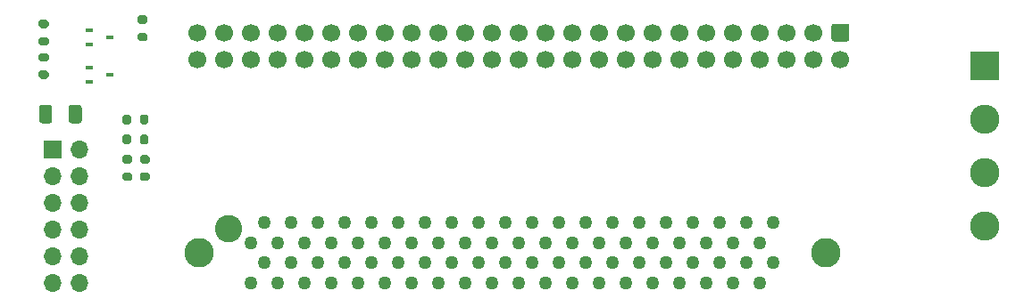
<source format=gbr>
%TF.GenerationSoftware,KiCad,Pcbnew,(5.1.7)-1*%
%TF.CreationDate,2021-02-10T19:53:02+00:00*%
%TF.ProjectId,SCSI to SCA MK5.1,53435349-2074-46f2-9053-4341204d4b35,rev?*%
%TF.SameCoordinates,Original*%
%TF.FileFunction,Soldermask,Bot*%
%TF.FilePolarity,Negative*%
%FSLAX46Y46*%
G04 Gerber Fmt 4.6, Leading zero omitted, Abs format (unit mm)*
G04 Created by KiCad (PCBNEW (5.1.7)-1) date 2021-02-10 19:53:02*
%MOMM*%
%LPD*%
G01*
G04 APERTURE LIST*
%ADD10R,0.700000X0.450000*%
%ADD11O,1.700000X1.700000*%
%ADD12R,1.700000X1.700000*%
%ADD13C,1.700000*%
%ADD14C,2.780000*%
%ADD15R,2.780000X2.780000*%
%ADD16C,2.600000*%
%ADD17C,2.800000*%
%ADD18C,1.270000*%
G04 APERTURE END LIST*
D10*
%TO.C,Q2*%
X38036500Y-127825500D03*
X36036500Y-127175500D03*
X36036500Y-128475500D03*
%TD*%
%TO.C,Q1*%
X38036500Y-124269500D03*
X36036500Y-123619500D03*
X36036500Y-124919500D03*
%TD*%
D11*
%TO.C,J2*%
X35179000Y-147637500D03*
X32639000Y-147637500D03*
X35179000Y-145097500D03*
X32639000Y-145097500D03*
X35179000Y-142557500D03*
X32639000Y-142557500D03*
X35179000Y-140017500D03*
X32639000Y-140017500D03*
X35179000Y-137477500D03*
X32639000Y-137477500D03*
X35179000Y-134937500D03*
D12*
X32639000Y-134937500D03*
%TD*%
%TO.C,R34*%
G36*
G01*
X40847600Y-123841560D02*
X41397600Y-123841560D01*
G75*
G02*
X41597600Y-124041560I0J-200000D01*
G01*
X41597600Y-124441560D01*
G75*
G02*
X41397600Y-124641560I-200000J0D01*
G01*
X40847600Y-124641560D01*
G75*
G02*
X40647600Y-124441560I0J200000D01*
G01*
X40647600Y-124041560D01*
G75*
G02*
X40847600Y-123841560I200000J0D01*
G01*
G37*
G36*
G01*
X40847600Y-122191560D02*
X41397600Y-122191560D01*
G75*
G02*
X41597600Y-122391560I0J-200000D01*
G01*
X41597600Y-122791560D01*
G75*
G02*
X41397600Y-122991560I-200000J0D01*
G01*
X40847600Y-122991560D01*
G75*
G02*
X40647600Y-122791560I0J200000D01*
G01*
X40647600Y-122391560D01*
G75*
G02*
X40847600Y-122191560I200000J0D01*
G01*
G37*
%TD*%
%TO.C,R33*%
G36*
G01*
X41613500Y-136290000D02*
X41063500Y-136290000D01*
G75*
G02*
X40863500Y-136090000I0J200000D01*
G01*
X40863500Y-135690000D01*
G75*
G02*
X41063500Y-135490000I200000J0D01*
G01*
X41613500Y-135490000D01*
G75*
G02*
X41813500Y-135690000I0J-200000D01*
G01*
X41813500Y-136090000D01*
G75*
G02*
X41613500Y-136290000I-200000J0D01*
G01*
G37*
G36*
G01*
X41613500Y-137940000D02*
X41063500Y-137940000D01*
G75*
G02*
X40863500Y-137740000I0J200000D01*
G01*
X40863500Y-137340000D01*
G75*
G02*
X41063500Y-137140000I200000J0D01*
G01*
X41613500Y-137140000D01*
G75*
G02*
X41813500Y-137340000I0J-200000D01*
G01*
X41813500Y-137740000D01*
G75*
G02*
X41613500Y-137940000I-200000J0D01*
G01*
G37*
%TD*%
%TO.C,R5*%
G36*
G01*
X40875000Y-134260000D02*
X40875000Y-133710000D01*
G75*
G02*
X41075000Y-133510000I200000J0D01*
G01*
X41475000Y-133510000D01*
G75*
G02*
X41675000Y-133710000I0J-200000D01*
G01*
X41675000Y-134260000D01*
G75*
G02*
X41475000Y-134460000I-200000J0D01*
G01*
X41075000Y-134460000D01*
G75*
G02*
X40875000Y-134260000I0J200000D01*
G01*
G37*
G36*
G01*
X39225000Y-134260000D02*
X39225000Y-133710000D01*
G75*
G02*
X39425000Y-133510000I200000J0D01*
G01*
X39825000Y-133510000D01*
G75*
G02*
X40025000Y-133710000I0J-200000D01*
G01*
X40025000Y-134260000D01*
G75*
G02*
X39825000Y-134460000I-200000J0D01*
G01*
X39425000Y-134460000D01*
G75*
G02*
X39225000Y-134260000I0J200000D01*
G01*
G37*
%TD*%
%TO.C,R4*%
G36*
G01*
X40875000Y-132355000D02*
X40875000Y-131805000D01*
G75*
G02*
X41075000Y-131605000I200000J0D01*
G01*
X41475000Y-131605000D01*
G75*
G02*
X41675000Y-131805000I0J-200000D01*
G01*
X41675000Y-132355000D01*
G75*
G02*
X41475000Y-132555000I-200000J0D01*
G01*
X41075000Y-132555000D01*
G75*
G02*
X40875000Y-132355000I0J200000D01*
G01*
G37*
G36*
G01*
X39225000Y-132355000D02*
X39225000Y-131805000D01*
G75*
G02*
X39425000Y-131605000I200000J0D01*
G01*
X39825000Y-131605000D01*
G75*
G02*
X40025000Y-131805000I0J-200000D01*
G01*
X40025000Y-132355000D01*
G75*
G02*
X39825000Y-132555000I-200000J0D01*
G01*
X39425000Y-132555000D01*
G75*
G02*
X39225000Y-132355000I0J200000D01*
G01*
G37*
%TD*%
%TO.C,R3*%
G36*
G01*
X32025000Y-123400500D02*
X31475000Y-123400500D01*
G75*
G02*
X31275000Y-123200500I0J200000D01*
G01*
X31275000Y-122800500D01*
G75*
G02*
X31475000Y-122600500I200000J0D01*
G01*
X32025000Y-122600500D01*
G75*
G02*
X32225000Y-122800500I0J-200000D01*
G01*
X32225000Y-123200500D01*
G75*
G02*
X32025000Y-123400500I-200000J0D01*
G01*
G37*
G36*
G01*
X32025000Y-125050500D02*
X31475000Y-125050500D01*
G75*
G02*
X31275000Y-124850500I0J200000D01*
G01*
X31275000Y-124450500D01*
G75*
G02*
X31475000Y-124250500I200000J0D01*
G01*
X32025000Y-124250500D01*
G75*
G02*
X32225000Y-124450500I0J-200000D01*
G01*
X32225000Y-124850500D01*
G75*
G02*
X32025000Y-125050500I-200000J0D01*
G01*
G37*
%TD*%
%TO.C,R2*%
G36*
G01*
X32025000Y-126574500D02*
X31475000Y-126574500D01*
G75*
G02*
X31275000Y-126374500I0J200000D01*
G01*
X31275000Y-125974500D01*
G75*
G02*
X31475000Y-125774500I200000J0D01*
G01*
X32025000Y-125774500D01*
G75*
G02*
X32225000Y-125974500I0J-200000D01*
G01*
X32225000Y-126374500D01*
G75*
G02*
X32025000Y-126574500I-200000J0D01*
G01*
G37*
G36*
G01*
X32025000Y-128224500D02*
X31475000Y-128224500D01*
G75*
G02*
X31275000Y-128024500I0J200000D01*
G01*
X31275000Y-127624500D01*
G75*
G02*
X31475000Y-127424500I200000J0D01*
G01*
X32025000Y-127424500D01*
G75*
G02*
X32225000Y-127624500I0J-200000D01*
G01*
X32225000Y-128024500D01*
G75*
G02*
X32025000Y-128224500I-200000J0D01*
G01*
G37*
%TD*%
%TO.C,R1*%
G36*
G01*
X39962500Y-136291000D02*
X39412500Y-136291000D01*
G75*
G02*
X39212500Y-136091000I0J200000D01*
G01*
X39212500Y-135691000D01*
G75*
G02*
X39412500Y-135491000I200000J0D01*
G01*
X39962500Y-135491000D01*
G75*
G02*
X40162500Y-135691000I0J-200000D01*
G01*
X40162500Y-136091000D01*
G75*
G02*
X39962500Y-136291000I-200000J0D01*
G01*
G37*
G36*
G01*
X39962500Y-137941000D02*
X39412500Y-137941000D01*
G75*
G02*
X39212500Y-137741000I0J200000D01*
G01*
X39212500Y-137341000D01*
G75*
G02*
X39412500Y-137141000I200000J0D01*
G01*
X39962500Y-137141000D01*
G75*
G02*
X40162500Y-137341000I0J-200000D01*
G01*
X40162500Y-137741000D01*
G75*
G02*
X39962500Y-137941000I-200000J0D01*
G01*
G37*
%TD*%
D13*
%TO.C,J4*%
X46355000Y-126365000D03*
X48895000Y-126365000D03*
X51435000Y-126365000D03*
X53975000Y-126365000D03*
X56515000Y-126365000D03*
X59055000Y-126365000D03*
X61595000Y-126365000D03*
X64135000Y-126365000D03*
X66675000Y-126365000D03*
X69215000Y-126365000D03*
X71755000Y-126365000D03*
X74295000Y-126365000D03*
X76835000Y-126365000D03*
X79375000Y-126365000D03*
X81915000Y-126365000D03*
X84455000Y-126365000D03*
X86995000Y-126365000D03*
X89535000Y-126365000D03*
X92075000Y-126365000D03*
X94615000Y-126365000D03*
X97155000Y-126365000D03*
X99695000Y-126365000D03*
X102235000Y-126365000D03*
X104775000Y-126365000D03*
X107315000Y-126365000D03*
X46355000Y-123825000D03*
X48895000Y-123825000D03*
X51435000Y-123825000D03*
X53975000Y-123825000D03*
X56515000Y-123825000D03*
X59055000Y-123825000D03*
X61595000Y-123825000D03*
X64135000Y-123825000D03*
X66675000Y-123825000D03*
X69215000Y-123825000D03*
X71755000Y-123825000D03*
X74295000Y-123825000D03*
X76835000Y-123825000D03*
X79375000Y-123825000D03*
X81915000Y-123825000D03*
X84455000Y-123825000D03*
X86995000Y-123825000D03*
X89535000Y-123825000D03*
X92075000Y-123825000D03*
X94615000Y-123825000D03*
X97155000Y-123825000D03*
X99695000Y-123825000D03*
X102235000Y-123825000D03*
X104775000Y-123825000D03*
G36*
G01*
X106715000Y-122975000D02*
X107915000Y-122975000D01*
G75*
G02*
X108165000Y-123225000I0J-250000D01*
G01*
X108165000Y-124425000D01*
G75*
G02*
X107915000Y-124675000I-250000J0D01*
G01*
X106715000Y-124675000D01*
G75*
G02*
X106465000Y-124425000I0J250000D01*
G01*
X106465000Y-123225000D01*
G75*
G02*
X106715000Y-122975000I250000J0D01*
G01*
G37*
%TD*%
D14*
%TO.C,J3*%
X121000000Y-142240000D03*
X121000000Y-137160000D03*
X121000000Y-132080000D03*
D15*
X121000000Y-127000000D03*
%TD*%
%TO.C,F1*%
G36*
G01*
X32559500Y-130947000D02*
X32559500Y-132197000D01*
G75*
G02*
X32309500Y-132447000I-250000J0D01*
G01*
X31559500Y-132447000D01*
G75*
G02*
X31309500Y-132197000I0J250000D01*
G01*
X31309500Y-130947000D01*
G75*
G02*
X31559500Y-130697000I250000J0D01*
G01*
X32309500Y-130697000D01*
G75*
G02*
X32559500Y-130947000I0J-250000D01*
G01*
G37*
G36*
G01*
X35359500Y-130947000D02*
X35359500Y-132197000D01*
G75*
G02*
X35109500Y-132447000I-250000J0D01*
G01*
X34359500Y-132447000D01*
G75*
G02*
X34109500Y-132197000I0J250000D01*
G01*
X34109500Y-130947000D01*
G75*
G02*
X34359500Y-130697000I250000J0D01*
G01*
X35109500Y-130697000D01*
G75*
G02*
X35359500Y-130947000I0J-250000D01*
G01*
G37*
%TD*%
D16*
%TO.C,J1*%
X49276000Y-142494000D03*
D17*
X105918000Y-144780000D03*
X46482000Y-144780000D03*
D18*
X51435000Y-143823000D03*
X52705000Y-141913000D03*
X53975000Y-143823000D03*
X55245000Y-141913000D03*
X56515000Y-143823000D03*
X57785000Y-141913000D03*
X59055000Y-143823000D03*
X60325000Y-141913000D03*
X61595000Y-143823000D03*
X62865000Y-141913000D03*
X64135000Y-143823000D03*
X65405000Y-141913000D03*
X66675000Y-143823000D03*
X67945000Y-141913000D03*
X69215000Y-143823000D03*
X70485000Y-141913000D03*
X71755000Y-143823000D03*
X73025000Y-141913000D03*
X74295000Y-143823000D03*
X75565000Y-141913000D03*
X76835000Y-143823000D03*
X78105000Y-141913000D03*
X79375000Y-143823000D03*
X80645000Y-141913000D03*
X81915000Y-143823000D03*
X83185000Y-141913000D03*
X84455000Y-143823000D03*
X85725000Y-141913000D03*
X86995000Y-143823000D03*
X88265000Y-141913000D03*
X89535000Y-143823000D03*
X90805000Y-141913000D03*
X92075000Y-143823000D03*
X93345000Y-141913000D03*
X94615000Y-143823000D03*
X95885000Y-141913000D03*
X97155000Y-143823000D03*
X98425000Y-141913000D03*
X99695000Y-143823000D03*
X100965000Y-141913000D03*
X51435000Y-147643000D03*
X52705000Y-145733000D03*
X53975000Y-147643000D03*
X55245000Y-145733000D03*
X56515000Y-147643000D03*
X57785000Y-145733000D03*
X59055000Y-147643000D03*
X60325000Y-145733000D03*
X61595000Y-147643000D03*
X62865000Y-145733000D03*
X64135000Y-147643000D03*
X65405000Y-145733000D03*
X66675000Y-147643000D03*
X67945000Y-145733000D03*
X69215000Y-147643000D03*
X70485000Y-145733000D03*
X71755000Y-147643000D03*
X73025000Y-145733000D03*
X74295000Y-147643000D03*
X75565000Y-145733000D03*
X76835000Y-147643000D03*
X78105000Y-145733000D03*
X79375000Y-147643000D03*
X80645000Y-145733000D03*
X81915000Y-147643000D03*
X83185000Y-145733000D03*
X84455000Y-147643000D03*
X85725000Y-145733000D03*
X86995000Y-147643000D03*
X88265000Y-145733000D03*
X89535000Y-147643000D03*
X90805000Y-145733000D03*
X92075000Y-147643000D03*
X93345000Y-145733000D03*
X94615000Y-147643000D03*
X95885000Y-145733000D03*
X97155000Y-147643000D03*
X98425000Y-145733000D03*
X99695000Y-147643000D03*
X100965000Y-145733000D03*
%TD*%
M02*

</source>
